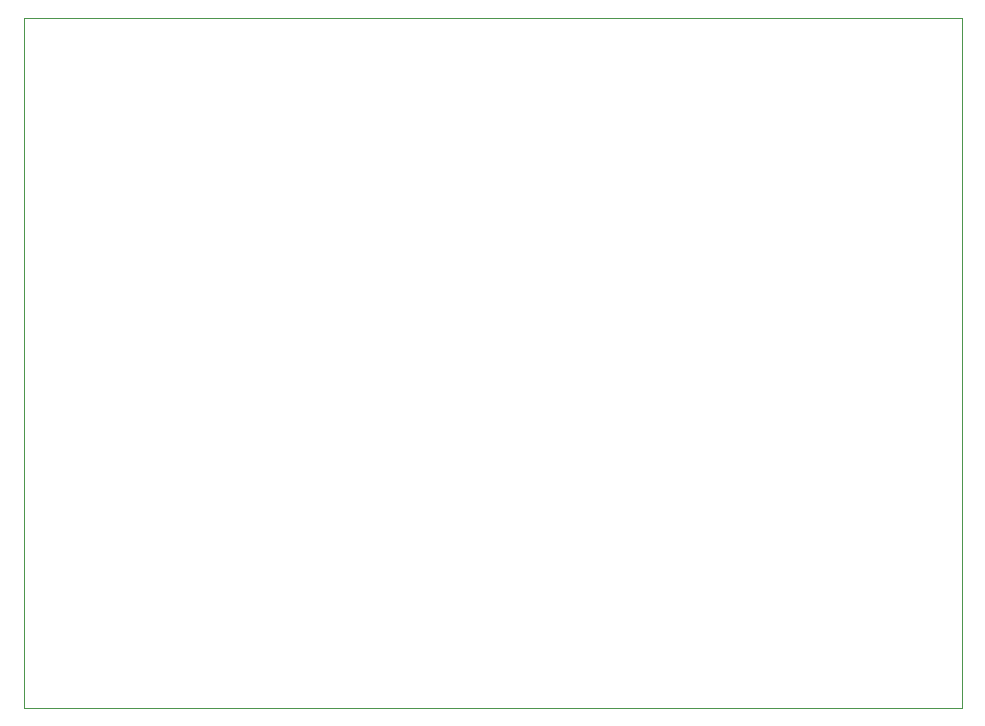
<source format=gbr>
G04 #@! TF.GenerationSoftware,KiCad,Pcbnew,(6.0.2)*
G04 #@! TF.CreationDate,2023-01-21T08:28:19+01:00*
G04 #@! TF.ProjectId,221110_Schaltplan,32323131-3130-45f5-9363-68616c74706c,rev?*
G04 #@! TF.SameCoordinates,Original*
G04 #@! TF.FileFunction,Profile,NP*
%FSLAX46Y46*%
G04 Gerber Fmt 4.6, Leading zero omitted, Abs format (unit mm)*
G04 Created by KiCad (PCBNEW (6.0.2)) date 2023-01-21 08:28:19*
%MOMM*%
%LPD*%
G01*
G04 APERTURE LIST*
G04 #@! TA.AperFunction,Profile*
%ADD10C,0.100000*%
G04 #@! TD*
G04 APERTURE END LIST*
D10*
X106680000Y-159385000D02*
X186055000Y-159385000D01*
X186055000Y-159385000D02*
X186055000Y-100965000D01*
X186055000Y-100965000D02*
X106680000Y-100965000D01*
X106680000Y-100965000D02*
X106680000Y-159385000D01*
M02*

</source>
